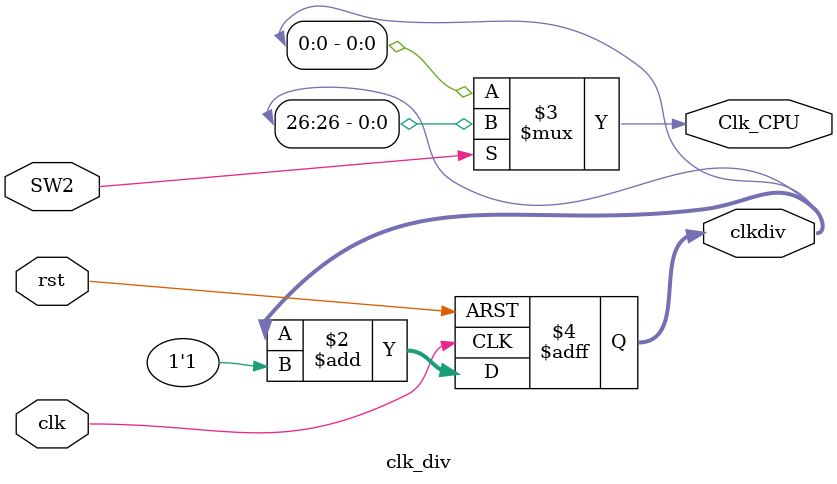
<source format=v>
`timescale 1ns / 1ps
module clk_div(input clk,
					input rst,
					input SW2,
					output reg[31:0]clkdiv,
					output Clk_CPU
					);
					
// Clock divider-Ê±ÖÓ·ÖÆµÆ÷


	always @ (posedge clk or posedge rst) begin 
		if (rst) clkdiv <= 0; else clkdiv <= clkdiv + 1'b1; end
		
	assign Clk_CPU=(SW2)? clkdiv[26] : clkdiv[0];
		
endmodule

</source>
